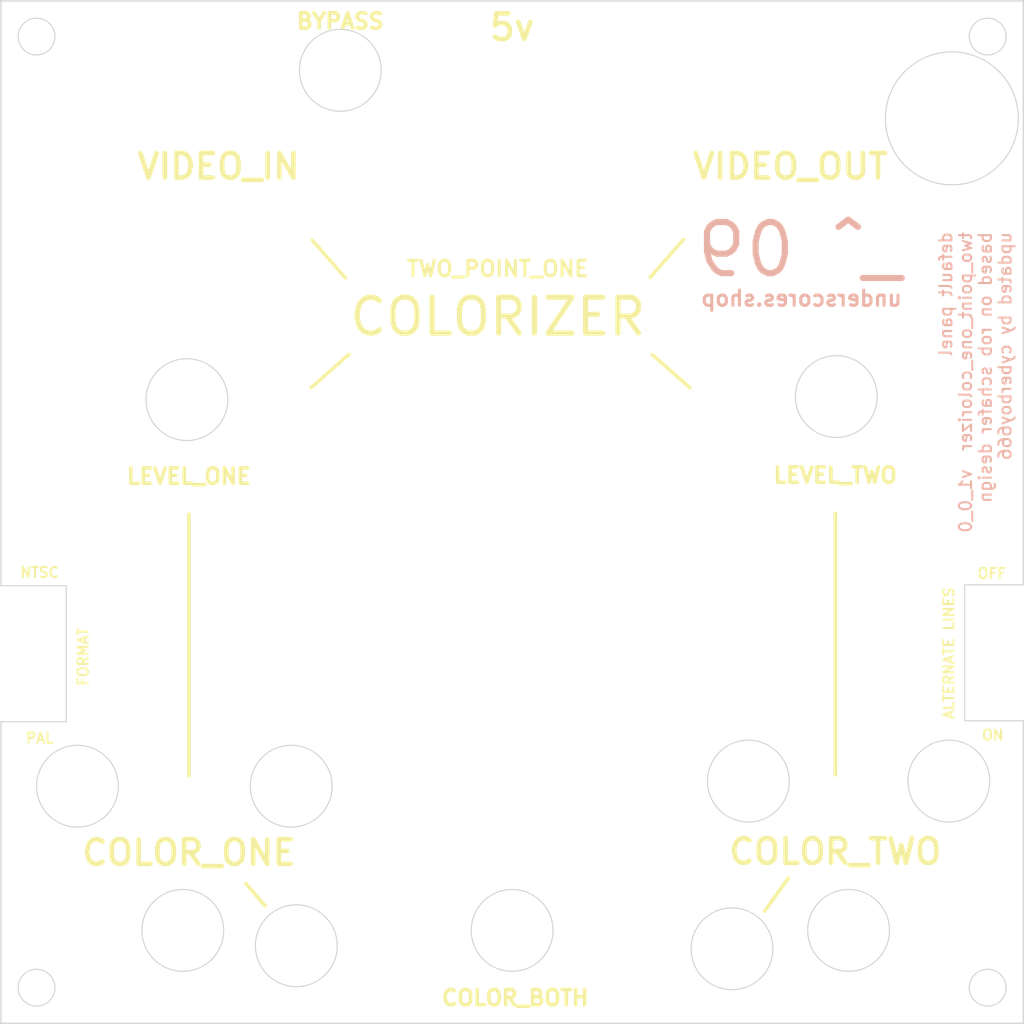
<source format=kicad_pcb>
(kicad_pcb (version 20221018) (generator pcbnew)

  (general
    (thickness 1.6)
  )

  (paper "A4")
  (layers
    (0 "F.Cu" signal)
    (31 "B.Cu" signal)
    (32 "B.Adhes" user "B.Adhesive")
    (33 "F.Adhes" user "F.Adhesive")
    (34 "B.Paste" user)
    (35 "F.Paste" user)
    (36 "B.SilkS" user "B.Silkscreen")
    (37 "F.SilkS" user "F.Silkscreen")
    (38 "B.Mask" user)
    (39 "F.Mask" user)
    (40 "Dwgs.User" user "User.Drawings")
    (41 "Cmts.User" user "User.Comments")
    (42 "Eco1.User" user "User.Eco1")
    (43 "Eco2.User" user "User.Eco2")
    (44 "Edge.Cuts" user)
    (45 "Margin" user)
    (46 "B.CrtYd" user "B.Courtyard")
    (47 "F.CrtYd" user "F.Courtyard")
    (48 "B.Fab" user)
    (49 "F.Fab" user)
    (50 "User.1" user)
    (51 "User.2" user)
    (52 "User.3" user)
    (53 "User.4" user)
    (54 "User.5" user)
    (55 "User.6" user)
    (56 "User.7" user)
    (57 "User.8" user)
    (58 "User.9" user)
  )

  (setup
    (pad_to_mask_clearance 0)
    (pcbplotparams
      (layerselection 0x00010fc_ffffffff)
      (plot_on_all_layers_selection 0x0000000_00000000)
      (disableapertmacros false)
      (usegerberextensions false)
      (usegerberattributes true)
      (usegerberadvancedattributes true)
      (creategerberjobfile true)
      (dashed_line_dash_ratio 12.000000)
      (dashed_line_gap_ratio 3.000000)
      (svgprecision 6)
      (plotframeref false)
      (viasonmask false)
      (mode 1)
      (useauxorigin false)
      (hpglpennumber 1)
      (hpglpenspeed 20)
      (hpglpendiameter 15.000000)
      (dxfpolygonmode true)
      (dxfimperialunits true)
      (dxfusepcbnewfont true)
      (psnegative false)
      (psa4output false)
      (plotreference true)
      (plotvalue true)
      (plotinvisibletext false)
      (sketchpadsonfab false)
      (subtractmaskfromsilk false)
      (outputformat 1)
      (mirror false)
      (drillshape 0)
      (scaleselection 1)
      (outputdirectory "two_point_one_colorizer_v0_4_1_default_panel_mk_i")
    )
  )

  (net 0 "")

  (gr_line (start 88.55 136.5) (end 86.65 134.3)
    (stroke (width 0.35) (type solid)) (layer "F.SilkS") (tstamp 2b4db21a-e2df-4860-a681-8d2fac4ca585))
  (gr_line (start 96.75 82.575) (end 93.05 85.825)
    (stroke (width 0.35) (type solid)) (layer "F.SilkS") (tstamp 5461d874-c19d-476e-a839-f5c82422a2f7))
  (gr_line (start 96.4 75.1) (end 93.15 71.4)
    (stroke (width 0.35) (type solid)) (layer "F.SilkS") (tstamp 76a6028d-09ac-42ab-bb2f-3a230d75b03d))
  (gr_line (start 137.4 137) (end 139.7 133.8)
    (stroke (width 0.35) (type solid)) (layer "F.SilkS") (tstamp ae12f120-45c7-4ce4-b0b2-5e65415a6622))
  (gr_line (start 144.3 98.1) (end 144.3 123.7)
    (stroke (width 0.35) (type solid)) (layer "F.SilkS") (tstamp ae5d28a1-bd38-4448-bf99-0f57d85b9e56))
  (gr_line (start 130.1 85.85) (end 126.4 82.6)
    (stroke (width 0.35) (type solid)) (layer "F.SilkS") (tstamp b4f109d1-719e-4c42-ad47-bd472cbc8f90))
  (gr_line (start 81.1 98.2) (end 81.1 123.8)
    (stroke (width 0.35) (type solid)) (layer "F.SilkS") (tstamp d247182c-7001-4eb9-96cc-65cadbc8f322))
  (gr_line (start 129.45 71.35) (end 126.2 75.05)
    (stroke (width 0.35) (type solid)) (layer "F.SilkS") (tstamp d8e6b331-5dde-45ee-8651-ee6d21332655))
  (gr_circle (center 91.6 140.4) (end 95.6 140.4)
    (stroke (width 0.1) (type solid)) (fill none) (layer "Edge.Cuts") (tstamp 20b480c6-7aa4-407f-be62-33f3e152c5d1))
  (gr_line (start 62.7 48) (end 162.7 48)
    (stroke (width 0.15) (type solid)) (layer "Edge.Cuts") (tstamp 37a780e6-517e-424e-9474-3c5474f90a77))
  (gr_circle (center 135.8 124.3) (end 139.8 124.3)
    (stroke (width 0.1) (type solid)) (fill none) (layer "Edge.Cuts") (tstamp 3bc86c6a-a91e-44dd-9c56-c78b6951ec45))
  (gr_circle (center 70.2 124.8) (end 74.2 124.8)
    (stroke (width 0.1) (type solid)) (fill none) (layer "Edge.Cuts") (tstamp 3d89fe31-9332-4c04-a5eb-d8c281575444))
  (gr_circle (center 112.7 138.9) (end 116.7 138.9)
    (stroke (width 0.1) (type solid)) (fill none) (layer "Edge.Cuts") (tstamp 4a2a9943-f078-4082-9c7b-d4415012537f))
  (gr_circle (center 66.2 144.5) (end 68 144.5)
    (stroke (width 0.1) (type solid)) (fill none) (layer "Edge.Cuts") (tstamp 4b2511e8-acdf-4721-bcbd-d333eae706f6))
  (gr_line (start 69.1 118.5) (end 62.7 118.5)
    (stroke (width 0.1) (type solid)) (layer "Edge.Cuts") (tstamp 517f7773-76ef-43a2-a64b-f3b85a1ae7cf))
  (gr_circle (center 145.6 138.9) (end 149.6 138.9)
    (stroke (width 0.1) (type solid)) (fill none) (layer "Edge.Cuts") (tstamp 521523c9-a3f7-4832-82b9-1b9e5086b88e))
  (gr_circle (center 155.4 124.3) (end 159.4 124.3)
    (stroke (width 0.1) (type solid)) (fill none) (layer "Edge.Cuts") (tstamp 5b643d9a-0150-4d8f-a547-06a6b4c904d7))
  (gr_circle (center 134.2 140.7) (end 138.2 140.7)
    (stroke (width 0.1) (type solid)) (fill none) (layer "Edge.Cuts") (tstamp 5ef2a1e1-e9a9-4407-91b1-9828d3cffa15))
  (gr_line (start 62.7 105.2) (end 69.1 105.2)
    (stroke (width 0.1) (type solid)) (layer "Edge.Cuts") (tstamp 5f628317-e6b0-484d-bc66-84d28f223ef2))
  (gr_line (start 156.95 118.4) (end 156.95 105.1)
    (stroke (width 0.1) (type solid)) (layer "Edge.Cuts") (tstamp 64e88397-1067-400f-9ac4-b60e1fbc986c))
  (gr_circle (center 80.9 87) (end 84.9 87)
    (stroke (width 0.1) (type solid)) (fill none) (layer "Edge.Cuts") (tstamp 6639001a-a7dc-4171-8f44-631887acc781))
  (gr_line (start 62.7 148) (end 62.7 118.5)
    (stroke (width 0.15) (type solid)) (layer "Edge.Cuts") (tstamp 69565fd0-b42e-45bf-83fc-15722f5d1883))
  (gr_circle (center 80.5 138.9) (end 84.5 138.9)
    (stroke (width 0.1) (type solid)) (fill none) (layer "Edge.Cuts") (tstamp 69649ef1-dcdc-4828-913d-8d58f72f20c8))
  (gr_line (start 162.7 48) (end 162.7 105.1)
    (stroke (width 0.15) (type solid)) (layer "Edge.Cuts") (tstamp 74f66880-0cb8-4d36-b8a7-1d29bbb18619))
  (gr_line (start 162.7 118.4) (end 162.7 148)
    (stroke (width 0.15) (type solid)) (layer "Edge.Cuts") (tstamp 7565fd49-6916-40ff-8358-220f470f93a5))
  (gr_circle (center 159.2 144.5) (end 161 144.5)
    (stroke (width 0.1) (type solid)) (fill none) (layer "Edge.Cuts") (tstamp 77b5e586-744a-4400-95b4-0d9e7215f9ce))
  (gr_circle (center 91.1 124.8) (end 95.1 124.8)
    (stroke (width 0.1) (type solid)) (fill none) (layer "Edge.Cuts") (tstamp 7cdff068-4224-4930-8713-dd3301bda742))
  (gr_line (start 69.1 105.2) (end 69.1 118.5)
    (stroke (width 0.1) (type solid)) (layer "Edge.Cuts") (tstamp 86ac90b4-5e22-490b-8ddb-46affc0d968e))
  (gr_line (start 156.95 105.1) (end 162.7 105.1)
    (stroke (width 0.1) (type solid)) (layer "Edge.Cuts") (tstamp 95d23413-a5cb-4bd3-9675-4cd9795a018c))
  (gr_line (start 162.7 148) (end 62.7 148)
    (stroke (width 0.15) (type solid)) (layer "Edge.Cuts") (tstamp a00d9fcb-2876-4699-9643-06326cd5c6c8))
  (gr_line (start 162.7 118.4) (end 156.95 118.4)
    (stroke (width 0.1) (type solid)) (layer "Edge.Cuts") (tstamp ac5f4184-fc07-4501-a32e-1c59ba223953))
  (gr_line (start 62.7 105.2) (end 62.7 48)
    (stroke (width 0.15) (type solid)) (layer "Edge.Cuts") (tstamp b1600315-8cec-4d52-bd1d-7a814be05761))
  (gr_circle (center 159.2 51.5) (end 161 51.5)
    (stroke (width 0.1) (type solid)) (fill none) (layer "Edge.Cuts") (tstamp b1d87c1e-a460-4977-8d34-9040dcd20930))
  (gr_circle (center 144.4 86.7) (end 148.4 86.7)
    (stroke (width 0.1) (type solid)) (fill none) (layer "Edge.Cuts") (tstamp c7284362-58c9-49b0-b2db-e0d60fc18bf1))
  (gr_circle (center 95.9 54.8) (end 99.9 54.8)
    (stroke (width 0.1) (type solid)) (fill none) (layer "Edge.Cuts") (tstamp cc36f999-df3e-47ed-8178-42ac27ad623f))
  (gr_circle (center 66.2 51.5) (end 68 51.5)
    (stroke (width 0.1) (type solid)) (fill none) (layer "Edge.Cuts") (tstamp cec5fb07-d43c-4630-a642-858b369a373f))
  (gr_circle (center 155.7 59.5) (end 162.2 59.5)
    (stroke (width 0.1) (type solid)) (fill none) (layer "Edge.Cuts") (tstamp f5ef5775-f208-4f79-9dfe-9049eeb7f56f))
  (gr_text "_^ 09" (at 140.8 72.35) (layer "B.SilkS") (tstamp 5c56cbfa-249a-42da-8069-3f18a6d0ac5c)
    (effects (font (size 5 5) (thickness 0.6)) (justify mirror))
  )
  (gr_text "default panel\ntwo_point_one_colorizer  v1_0_0\nbased on rob schafer design\nupdated by cyberboy666" (at 158 70.5 90) (layer "B.SilkS") (tstamp 6a9d12e7-cd21-4727-9e69-c1c58dad574d)
    (effects (font (size 1.2 1.2) (thickness 0.2)) (justify left mirror))
  )
  (gr_text "underscores.shop" (at 141 77.1) (layer "B.SilkS") (tstamp 73d522df-e6b6-4383-8f48-d5afbdeec8f2)
    (effects (font (size 1.5 1.5) (thickness 0.3)) (justify mirror))
  )
  (gr_text "COLOR_TWO" (at 144.3 131.2) (layer "F.SilkS") (tstamp 0a4991fa-6254-40cf-b5d4-08af88ab043a)
    (effects (font (size 2.4 2.4) (thickness 0.45)))
  )
  (gr_text "ON" (at 159.7 119.8) (layer "F.SilkS") (tstamp 18b06ec7-38ae-441f-8192-1e249640e696)
    (effects (font (size 1 1) (thickness 0.2)))
  )
  (gr_text "COLORIZER" (at 111.3 78.9) (layer "F.SilkS") (tstamp 1e3ee626-eec6-4e7d-8cab-2c8b72da8e59)
    (effects (font (size 3.5 3.5) (thickness 0.5)))
  )
  (gr_text "NTSC" (at 66.5 103.9) (layer "F.SilkS") (tstamp 2b13e0f5-61e5-4afd-8cd4-77342bef33e1)
    (effects (font (size 1 1) (thickness 0.2)))
  )
  (gr_text "LEVEL_ONE" (at 81.1 94.5) (layer "F.SilkS") (tstamp 3439af08-182f-4c05-b0f4-0f4336f468d3)
    (effects (font (size 1.5 1.5) (thickness 0.35)))
  )
  (gr_text "COLOR_ONE" (at 81.1 131.3) (layer "F.SilkS") (tstamp 670d4bd2-8121-4f9c-a195-3a21b3448764)
    (effects (font (size 2.4 2.4) (thickness 0.45)))
  )
  (gr_text "PAL" (at 66.5 120.1) (layer "F.SilkS") (tstamp 688e6af3-a23f-4ac9-a18b-ca9ff2f42a40)
    (effects (font (size 1 1) (thickness 0.2)))
  )
  (gr_text "LEVEL_TWO" (at 144.3 94.4) (layer "F.SilkS") (tstamp 6e79074f-1b5b-4416-9a60-0a6e5e31c2e9)
    (effects (font (size 1.5 1.5) (thickness 0.35)))
  )
  (gr_text "BYPASS" (at 95.9 50) (layer "F.SilkS") (tstamp 708b0612-b176-4ec3-bcaf-939290e12d46)
    (effects (font (size 1.5 1.5) (thickness 0.35)))
  )
  (gr_text "5v" (at 112.7 50.6) (layer "F.SilkS") (tstamp 7b95a707-e1ff-40c7-8a53-7c190995692d)
    (effects (font (size 2.5 2.5) (thickness 0.45)))
  )
  (gr_text "TWO_POINT_ONE" (at 111.3 74.2) (layer "F.SilkS") (tstamp 7f72e1c2-c449-4bbe-8c92-8a2def668cc7)
    (effects (font (size 1.5 1.5) (thickness 0.3)))
  )
  (gr_text "VIDEO_IN" (at 84 64.2) (layer "F.SilkS") (tstamp 86202d72-e4e1-4245-83eb-e288895f90fe)
    (effects (font (size 2.4 2.4) (thickness 0.45)))
  )
  (gr_text "FORMAT" (at 70.75 112.15 90) (layer "F.SilkS") (tstamp 91ba8181-7ec8-40fb-934d-52618f253225)
    (effects (font (size 1 1) (thickness 0.2)))
  )
  (gr_text "COLOR_BOTH" (at 113 145.5) (layer "F.SilkS") (tstamp 95493c80-94bb-45a4-bb10-3174b8301c01)
    (effects (font (size 1.5 1.5) (thickness 0.35)))
  )
  (gr_text "VIDEO_OUT" (at 139.9 64.2) (layer "F.SilkS") (tstamp ba0cb591-9c3c-48e3-8901-382f7422a7cd)
    (effects (font (size 2.4 2.4) (thickness 0.45)))
  )
  (gr_text "ALTERNATE LINES" (at 155.4 111.8 90) (layer "F.SilkS") (tstamp f06d75bb-a270-47bd-9598-c7baf1c3ed70)
    (effects (font (size 1 1) (thickness 0.2)))
  )
  (gr_text "OFF" (at 159.6 104) (layer "F.SilkS") (tstamp f744f155-f712-4a5f-a57f-b8a3ee0944e7)
    (effects (font (size 1 1) (thickness 0.2)))
  )

)

</source>
